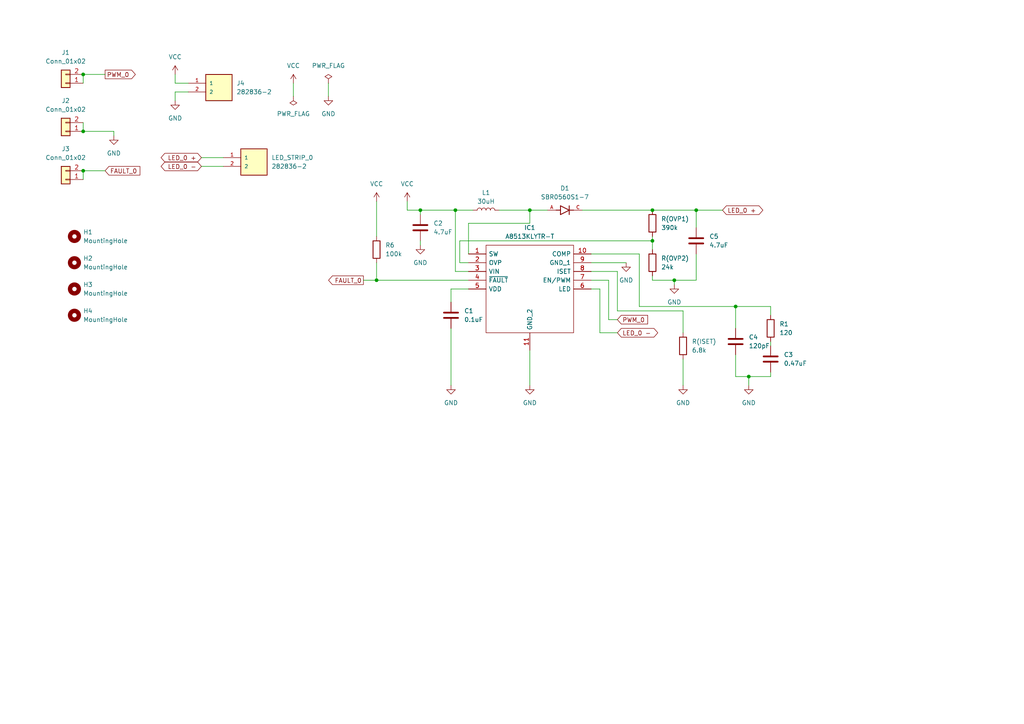
<source format=kicad_sch>
(kicad_sch (version 20230121) (generator eeschema)
  (paper "A4")
  (lib_symbols
    (symbol "282836-2:282836-2" (pin_names (offset 1.016))
      (property "Reference" "J" (at 0 6.35 0))
      (property "Value" "282836-2" (at 0 -5.08 0))
      (symbol "282836-2_0_0"
        (rectangle (start 0 -2.54) (end 7.62 5.08) (stroke (width 0.254)) (fill (type background)))
        (pin passive line (at -5.08 2.54 0) (length 5.08) (name "1") (number "1"))
        (pin passive line (at -5.08 0 0) (length 5.08) (name "2") (number "2"))
      )
    )
    (symbol "A8513KLYTR-T:A8513KLYTR-T" (pin_names (offset 0.762))
      (property "Reference" "IC" (at 31.75 7.62 0))
      (property "Value" "A8513KLYTR-T" (at 31.75 5.08 0))
      (symbol "A8513KLYTR-T_0_0"
        (pin passive line (at 0 0 0) (length 5.08) (name "SW") (number "1"))
        (pin passive line (at 35.56 0 180) (length 5.08) (name "COMP") (number "10"))
        (pin passive line (at 17.78 -27.94 90) (length 5.08) (name "GND_2") (number "11"))
        (pin passive line (at 0 -2.54 0) (length 5.08) (name "OVP") (number "2"))
        (pin passive line (at 0 -5.08 0) (length 5.08) (name "VIN") (number "3"))
        (pin passive line (at 0 -7.62 0) (length 5.08) (name "~{FAULT}") (number "4"))
        (pin passive line (at 0 -10.16 0) (length 5.08) (name "VDD") (number "5"))
        (pin passive line (at 35.56 -10.16 180) (length 5.08) (name "LED") (number "6"))
        (pin passive line (at 35.56 -7.62 180) (length 5.08) (name "EN/PWM") (number "7"))
        (pin passive line (at 35.56 -5.08 180) (length 5.08) (name "ISET") (number "8"))
        (pin passive line (at 35.56 -2.54 180) (length 5.08) (name "GND_1") (number "9"))
      )
      (symbol "A8513KLYTR-T_0_1"
        (polyline (pts (xy 5.08 2.54) (xy 30.48 2.54) (xy 30.48 -22.86) (xy 5.08 -22.86) (xy 5.08 2.54)) (stroke (width 0.1524)))
      )
    )
    (symbol "Connector_Generic:Conn_01x02" (pin_names (offset 1.016) hide)
      (property "Reference" "J" (at 0 2.54 0))
      (property "Value" "Conn_01x02" (at 0 -5.08 0))
      (symbol "Conn_01x02_1_1"
        (rectangle (start -1.27 -2.413) (end 0 -2.667) (stroke (width 0.1524)))
        (rectangle (start -1.27 0.127) (end 0 -0.127) (stroke (width 0.1524)))
        (rectangle (start -1.27 1.27) (end 1.27 -3.81) (stroke (width 0.254)) (fill (type background)))
        (pin passive line (at -5.08 0 0) (length 3.81) (name "Pin_1") (number "1"))
        (pin passive line (at -5.08 -2.54 0) (length 3.81) (name "Pin_2") (number "2"))
      )
    )
    (symbol "Device:C" (pin_numbers hide) (pin_names (offset 0.254))
      (property "Reference" "C" (at 0.635 2.54 0))
      (property "Value" "C" (at 0.635 -2.54 0))
      (symbol "C_0_1"
        (polyline (pts (xy -2.032 -0.762) (xy 2.032 -0.762)) (stroke (width 0.508)))
        (polyline (pts (xy -2.032 0.762) (xy 2.032 0.762)) (stroke (width 0.508)))
      )
      (symbol "C_1_1"
        (pin passive line (at 0 3.81 270) (length 2.794) (name "~") (number "1"))
        (pin passive line (at 0 -3.81 90) (length 2.794) (name "~") (number "2"))
      )
    )
    (symbol "Device:L" (pin_numbers hide) (pin_names (offset 1.016) hide)
      (property "Reference" "L" (at -1.27 0 90))
      (property "Value" "L" (at 1.905 0 90))
      (symbol "L_0_1"
        (arc (start 0 -2.54) (mid 0.6323 -1.905) (end 0 -1.27))
        (arc (start 0 -1.27) (mid 0.6323 -0.635) (end 0 0))
        (arc (start 0 0) (mid 0.6323 0.635) (end 0 1.27))
        (arc (start 0 1.27) (mid 0.6323 1.905) (end 0 2.54))
      )
      (symbol "L_1_1"
        (pin passive line (at 0 3.81 270) (length 1.27) (name "1") (number "1"))
        (pin passive line (at 0 -3.81 90) (length 1.27) (name "2") (number "2"))
      )
    )
    (symbol "Device:R" (pin_numbers hide) (pin_names (offset 0))
      (property "Reference" "R" (at 2.032 0 90))
      (property "Value" "R" (at 0 0 90))
      (symbol "R_0_1"
        (rectangle (start -1.016 -2.54) (end 1.016 2.54) (stroke (width 0.254)))
      )
      (symbol "R_1_1"
        (pin passive line (at 0 3.81 270) (length 1.27) (name "~") (number "1"))
        (pin passive line (at 0 -3.81 90) (length 1.27) (name "~") (number "2"))
      )
    )
    (symbol "Mechanical:MountingHole" (pin_names (offset 1.016))
      (property "Reference" "H" (at 0 5.08 0))
      (property "Value" "MountingHole" (at 0 3.175 0))
      (symbol "MountingHole_0_1"
        (circle (center 0 0) (radius 1.27) (stroke (width 1.27)))
      )
    )
    (symbol "SBR0560S1-7:SBR0560S1-7" (pin_names (offset 1.016))
      (property "Reference" "D" (at -5.08 2.54 0))
      (property "Value" "SBR0560S1-7" (at -5.08 -3.81 0))
      (symbol "SBR0560S1-7_0_0"
        (polyline (pts (xy -2.54 0) (xy -1.27 0)) (stroke (width 0.254)))
        (polyline (pts (xy -1.27 -1.27) (xy 1.27 0)) (stroke (width 0.254)))
        (polyline (pts (xy -1.27 0) (xy -1.27 -1.27)) (stroke (width 0.254)))
        (polyline (pts (xy -1.27 1.27) (xy -1.27 0)) (stroke (width 0.254)))
        (polyline (pts (xy 1.27 0) (xy -1.27 1.27)) (stroke (width 0.254)))
        (polyline (pts (xy 1.27 0) (xy 1.27 -1.27)) (stroke (width 0.254)))
        (polyline (pts (xy 1.27 0) (xy 2.54 0)) (stroke (width 0.254)))
        (polyline (pts (xy 1.27 1.27) (xy 1.27 0)) (stroke (width 0.254)))
        (pin passive line (at -5.08 0 0) (length 2.54) (name "~") (number "A"))
        (pin passive line (at 5.08 0 180) (length 2.54) (name "~") (number "C"))
      )
    )
    (symbol "power:GND" (power) (pin_names (offset 0))
      (property "Value" "GND" (at 0 -3.81 0))
      (symbol "GND_0_1"
        (polyline (pts (xy 0 0) (xy 0 -1.27) (xy 1.27 -1.27) (xy 0 -2.54) (xy -1.27 -1.27) (xy 0 -1.27)))
      )
      (symbol "GND_1_1"
        (pin power_in line (at 0 0 270) (length 0) hide (name "GND") (number "1"))
      )
    )
    (symbol "power:PWR_FLAG" (power) (pin_numbers hide) (pin_names (offset 0) hide)
      (property "Value" "PWR_FLAG" (at 0 3.81 0))
      (symbol "PWR_FLAG_0_0"
        (pin power_out line (at 0 0 90) (length 0) (name "pwr") (number "1"))
      )
      (symbol "PWR_FLAG_0_1"
        (polyline (pts (xy 0 0) (xy 0 1.27) (xy -1.016 1.905) (xy 0 2.54) (xy 1.016 1.905) (xy 0 1.27)))
      )
    )
    (symbol "power:VCC" (power) (pin_names (offset 0))
      (property "Value" "VCC" (at 0 3.81 0))
      (symbol "VCC_0_1"
        (polyline (pts (xy -0.762 1.27) (xy 0 2.54)))
        (polyline (pts (xy 0 0) (xy 0 2.54)))
        (polyline (pts (xy 0 2.54) (xy 0.762 1.27)))
      )
      (symbol "VCC_1_1"
        (pin power_in line (at 0 0 90) (length 0) hide (name "VCC") (number "1"))
      )
    )
  )
  (junction (at 121.92 60.96))
  (junction (at 132.08 60.96))
  (junction (at 189.23 69.85))
  (junction (at 201.93 60.96))
  (junction (at 217.17 109.22))
  (junction (at 195.58 81.28))
  (junction (at 189.23 60.96))
  (junction (at 153.67 60.96))
  (junction (at 24.13 21.59))
  (junction (at 24.13 49.53))
  (junction (at 213.36 88.9))
  (junction (at 109.22 81.28))
  (junction (at 24.13 38.1))
  (wire (pts (xy 171.45 81.28) (xy 176.53 81.28)))
  (wire (pts (xy 171.45 76.2) (xy 181.61 76.2)))
  (wire (pts (xy 185.42 88.9) (xy 185.42 73.66)))
  (wire (pts (xy 189.23 60.96) (xy 201.93 60.96)))
  (wire (pts (xy 213.36 95.25) (xy 213.36 88.9)))
  (wire (pts (xy 58.42 45.72) (xy 64.77 45.72)))
  (wire (pts (xy 217.17 109.22) (xy 217.17 111.76)))
  (wire (pts (xy 132.08 78.74) (xy 132.08 60.96)))
  (wire (pts (xy 133.35 76.2) (xy 135.89 76.2)))
  (wire (pts (xy 179.07 90.17) (xy 179.07 78.74)))
  (wire (pts (xy 213.36 88.9) (xy 185.42 88.9)))
  (wire (pts (xy 24.13 35.56) (xy 24.13 38.1)))
  (wire (pts (xy 201.93 60.96) (xy 201.93 66.04)))
  (wire (pts (xy 132.08 60.96) (xy 137.16 60.96)))
  (wire (pts (xy 118.11 60.96) (xy 118.11 58.42)))
  (wire (pts (xy 54.61 26.67) (xy 50.8 26.67)))
  (wire (pts (xy 223.52 109.22) (xy 223.52 107.95)))
  (wire (pts (xy 24.13 21.59) (xy 24.13 24.13)))
  (wire (pts (xy 109.22 81.28) (xy 135.89 81.28)))
  (wire (pts (xy 213.36 109.22) (xy 213.36 102.87)))
  (wire (pts (xy 130.81 83.82) (xy 130.81 87.63)))
  (wire (pts (xy 24.13 49.53) (xy 24.13 52.07)))
  (wire (pts (xy 33.02 39.37) (xy 33.02 38.1)))
  (wire (pts (xy 24.13 21.59) (xy 30.48 21.59)))
  (wire (pts (xy 85.09 24.13) (xy 85.09 27.94)))
  (wire (pts (xy 168.91 60.96) (xy 189.23 60.96)))
  (wire (pts (xy 58.42 48.26) (xy 64.77 48.26)))
  (wire (pts (xy 135.89 78.74) (xy 132.08 78.74)))
  (wire (pts (xy 121.92 60.96) (xy 118.11 60.96)))
  (wire (pts (xy 213.36 88.9) (xy 223.52 88.9)))
  (wire (pts (xy 105.41 81.28) (xy 109.22 81.28)))
  (wire (pts (xy 153.67 60.96) (xy 158.75 60.96)))
  (wire (pts (xy 195.58 82.55) (xy 195.58 81.28)))
  (wire (pts (xy 153.67 64.77) (xy 135.89 64.77)))
  (wire (pts (xy 217.17 109.22) (xy 213.36 109.22)))
  (wire (pts (xy 173.99 96.52) (xy 173.99 83.82)))
  (wire (pts (xy 223.52 109.22) (xy 217.17 109.22)))
  (wire (pts (xy 189.23 68.58) (xy 189.23 69.85)))
  (wire (pts (xy 176.53 81.28) (xy 176.53 92.71)))
  (wire (pts (xy 121.92 69.85) (xy 121.92 71.12)))
  (wire (pts (xy 223.52 99.06) (xy 223.52 100.33)))
  (wire (pts (xy 198.12 96.52) (xy 198.12 90.17)))
  (wire (pts (xy 130.81 95.25) (xy 130.81 111.76)))
  (wire (pts (xy 95.25 24.13) (xy 95.25 27.94)))
  (wire (pts (xy 135.89 83.82) (xy 130.81 83.82)))
  (wire (pts (xy 201.93 73.66) (xy 201.93 81.28)))
  (wire (pts (xy 195.58 81.28) (xy 201.93 81.28)))
  (wire (pts (xy 189.23 81.28) (xy 195.58 81.28)))
  (wire (pts (xy 173.99 83.82) (xy 171.45 83.82)))
  (wire (pts (xy 121.92 62.23) (xy 121.92 60.96)))
  (wire (pts (xy 176.53 92.71) (xy 179.07 92.71)))
  (wire (pts (xy 189.23 69.85) (xy 133.35 69.85)))
  (wire (pts (xy 54.61 24.13) (xy 50.8 24.13)))
  (wire (pts (xy 201.93 60.96) (xy 209.55 60.96)))
  (wire (pts (xy 153.67 60.96) (xy 153.67 64.77)))
  (wire (pts (xy 24.13 49.53) (xy 30.48 49.53)))
  (wire (pts (xy 33.02 38.1) (xy 24.13 38.1)))
  (wire (pts (xy 189.23 80.01) (xy 189.23 81.28)))
  (wire (pts (xy 109.22 76.2) (xy 109.22 81.28)))
  (wire (pts (xy 198.12 104.14) (xy 198.12 111.76)))
  (wire (pts (xy 135.89 64.77) (xy 135.89 73.66)))
  (wire (pts (xy 121.92 60.96) (xy 132.08 60.96)))
  (wire (pts (xy 189.23 69.85) (xy 189.23 72.39)))
  (wire (pts (xy 144.78 60.96) (xy 153.67 60.96)))
  (wire (pts (xy 198.12 90.17) (xy 179.07 90.17)))
  (wire (pts (xy 50.8 24.13) (xy 50.8 21.59)))
  (wire (pts (xy 179.07 96.52) (xy 173.99 96.52)))
  (wire (pts (xy 109.22 58.42) (xy 109.22 68.58)))
  (wire (pts (xy 223.52 88.9) (xy 223.52 91.44)))
  (wire (pts (xy 133.35 69.85) (xy 133.35 76.2)))
  (wire (pts (xy 153.67 101.6) (xy 153.67 111.76)))
  (wire (pts (xy 171.45 73.66) (xy 185.42 73.66)))
  (wire (pts (xy 50.8 26.67) (xy 50.8 29.21)))
  (wire (pts (xy 179.07 78.74) (xy 171.45 78.74)))
  (global_label "FAULT_0" (shape input) (at 30.48 49.53 0) (property "Intersheetrefs" "${INTERSHEET_REFS}" (effects hide)))
  (global_label "PWM_0" (shape output) (at 30.48 21.59 0) (property "Intersheetrefs" "${INTERSHEET_REFS}" (effects hide)))
  (global_label "PWM_0" (shape input) (at 179.07 92.71 0) (property "Intersheetrefs" "${INTERSHEET_REFS}" (effects hide)))
  (global_label "LED_0 +" (shape bidirectional) (at 209.55 60.96 0) (property "Intersheetrefs" "${INTERSHEET_REFS}" (effects hide)))
  (global_label "LED_0 +" (shape bidirectional) (at 58.42 45.72 180) (property "Intersheetrefs" "${INTERSHEET_REFS}" (effects hide)))
  (global_label "LED_0 -" (shape bidirectional) (at 179.07 96.52 0) (property "Intersheetrefs" "${INTERSHEET_REFS}" (effects hide)))
  (global_label "FAULT_0" (shape output) (at 105.41 81.28 180) (property "Intersheetrefs" "${INTERSHEET_REFS}" (effects hide)))
  (global_label "LED_0 -" (shape bidirectional) (at 58.42 48.26 180) (property "Intersheetrefs" "${INTERSHEET_REFS}" (effects hide)))
  (symbol (lib_id "Device:C") (at 130.81 91.44 0) (unit 1)
    (property "Reference" "C1" (at 134.62 90.17 0) (effects (justify left)))
    (property "Value" "0.1uF" (at 134.62 92.71 0) (effects (justify left)))
    (property "Footprint" "Capacitor_SMD:C_1206_3216Metric" (effects hide))
  )
  (symbol (lib_id "power:VCC") (at 118.11 58.42 0) (unit 1)
    (property "Reference" "#PWR03" (effects hide))
    (property "Value" "VCC" (at 118.11 53.34 0))
  )
  (symbol (lib_id "Device:C") (at 201.93 69.85 0) (unit 1)
    (property "Reference" "C5" (at 205.74 68.58 0) (effects (justify left)))
    (property "Value" "4.7uF" (at 205.74 71.12 0) (effects (justify left)))
    (property "Footprint" "Capacitor_SMD:C_1206_3216Metric" (effects hide))
  )
  (symbol (lib_id "Mechanical:MountingHole") (at 21.59 83.82 0) (unit 1)
    (property "Reference" "H3" (at 24.13 82.55 0) (effects (justify left)))
    (property "Value" "MountingHole" (at 24.13 85.09 0) (effects (justify left)))
    (property "Footprint" "MountingHole:MountingHole_2.2mm_M2" (effects hide))
  )
  (symbol (lib_id "282836-2:282836-2") (at 59.69 26.67 0) (unit 1)
    (property "Reference" "J4" (at 68.58 24.13 0) (effects (justify left)))
    (property "Value" "282836-2" (at 68.58 26.67 0) (effects (justify left)))
    (property "Footprint" "282836_2:TE_282836-2" (effects hide))
    (property "Comment" "282836-2" (effects hide))
    (property "MF" "TE Connectivity" (effects hide))
    (property "Purchase-URL" "https://pricing.snapeda.com/search/part/282836-2/?ref=eda" (effects hide))
    (property "Package" "None" (effects hide))
    (property "Price" "None" (effects hide))
    (property "MP" "282836-2" (effects hide))
    (property "Availability" "In Stock" (effects hide))
    (property "Description" "Connector, Terminal Block; Wire Receptacle; 2 Pos.; 16-30 AWG; 0.197 in. CL; Sid" (effects hide))
  )
  (symbol (lib_id "Device:R") (at 109.22 72.39 0) (unit 1)
    (property "Reference" "R6" (at 111.76 71.12 0) (effects (justify left)))
    (property "Value" "100k" (at 111.76 73.66 0) (effects (justify left)))
    (property "Footprint" "Resistor_SMD:R_1206_3216Metric" (effects hide))
  )
  (symbol (lib_id "power:GND") (at 95.25 27.94 0) (unit 1)
    (property "Reference" "#PWR02" (effects hide))
    (property "Value" "GND" (at 95.25 33.02 0))
  )
  (symbol (lib_id "A8513KLYTR-T:A8513KLYTR-T") (at 135.89 73.66 0) (unit 1)
    (property "Reference" "IC1" (at 153.67 66.04 0))
    (property "Value" "A8513KLYTR-T" (at 153.67 68.58 0))
    (property "Footprint" "SOP50P488X106-11N" (effects hide))
    (property "Datasheet" "http://www.allegromicro.com/~/media/files/datasheets/a8513-datasheet.pdf" (effects hide))
    (property "Description" "Backlight Driver For Small/Medium Size LCDs" (effects hide))
    (property "Height" "1.06" (effects hide))
    (property "Arrow Part Number" "A8513KLYTR-T" (effects hide))
    (property "Manufacturer_Name" "Allegro Microsystems" (effects hide))
    (property "Manufacturer_Part_Number" "A8513KLYTR-T" (effects hide))
  )
  (symbol (lib_id "power:PWR_FLAG") (at 95.25 24.13 0) (unit 1)
    (property "Reference" "#FLG02" (effects hide))
    (property "Value" "PWR_FLAG" (at 95.25 19.05 0))
  )
  (symbol (lib_id "power:GND") (at 195.58 82.55 0) (unit 1)
    (property "Reference" "#PWR07" (effects hide))
    (property "Value" "GND" (at 195.58 87.63 0))
  )
  (symbol (lib_id "power:VCC") (at 50.8 21.59 0) (unit 1)
    (property "Reference" "#PWR09" (effects hide))
    (property "Value" "VCC" (at 50.8 16.51 0))
  )
  (symbol (lib_id "Connector_Generic:Conn_01x02") (at 19.05 24.13 180) (unit 1)
    (property "Reference" "J1" (at 19.05 15.24 0))
    (property "Value" "Conn_01x02" (at 19.05 17.78 0))
    (property "Footprint" "Connector_PinHeader_2.54mm:PinHeader_1x02_P2.54mm_Vertical" (effects hide))
  )
  (symbol (lib_id "power:GND") (at 121.92 71.12 0) (unit 1)
    (property "Reference" "#PWR04" (effects hide))
    (property "Value" "GND" (at 121.92 76.2 0))
  )
  (symbol (lib_id "Device:R") (at 223.52 95.25 0) (unit 1)
    (property "Reference" "R1" (at 226.06 93.98 0) (effects (justify left)))
    (property "Value" "120" (at 226.06 96.52 0) (effects (justify left)))
    (property "Footprint" "Resistor_SMD:R_1206_3216Metric" (effects hide))
  )
  (symbol (lib_id "power:GND") (at 50.8 29.21 0) (unit 1)
    (property "Reference" "#PWR010" (effects hide))
    (property "Value" "GND" (at 50.8 34.29 0))
  )
  (symbol (lib_id "Device:R") (at 198.12 100.33 0) (unit 1)
    (property "Reference" "R(ISET)" (at 200.66 99.06 0) (effects (justify left)))
    (property "Value" "6.8k" (at 200.66 101.6 0) (effects (justify left)))
    (property "Footprint" "Resistor_SMD:R_1206_3216Metric" (effects hide))
  )
  (symbol (lib_id "SBR0560S1-7:SBR0560S1-7") (at 163.83 60.96 0) (unit 1)
    (property "Reference" "D1" (at 163.83 54.61 0))
    (property "Value" "SBR0560S1-7" (at 163.83 57.15 0))
    (property "Footprint" "SBR0560S1_7:SOD3715X145N" (effects hide))
    (property "PARTREV" "3-2" (effects hide))
    (property "STANDARD" "IPC-7351B" (effects hide))
    (property "MANUFACTURER" "Diodes" (effects hide))
  )
  (symbol (lib_id "power:GND") (at 217.17 111.76 0) (unit 1)
    (property "Reference" "#PWR012" (effects hide))
    (property "Value" "GND" (at 217.17 116.84 0))
  )
  (symbol (lib_id "Device:C") (at 213.36 99.06 0) (unit 1)
    (property "Reference" "C4" (at 217.17 97.79 0) (effects (justify left)))
    (property "Value" "120pF" (at 217.17 100.33 0) (effects (justify left)))
    (property "Footprint" "Capacitor_SMD:C_1206_3216Metric" (effects hide))
  )
  (symbol (lib_id "282836-2:282836-2") (at 69.85 48.26 0) (unit 1)
    (property "Reference" "LED_STRIP_0" (at 78.74 45.72 0) (effects (justify left)))
    (property "Value" "282836-2" (at 78.74 48.26 0) (effects (justify left)))
    (property "Footprint" "282836_2:TE_282836-2" (effects hide))
    (property "Comment" "282836-2" (effects hide))
    (property "MF" "TE Connectivity" (effects hide))
    (property "Purchase-URL" "https://pricing.snapeda.com/search/part/282836-2/?ref=eda" (effects hide))
    (property "Package" "None" (effects hide))
    (property "Price" "None" (effects hide))
    (property "MP" "282836-2" (effects hide))
    (property "Availability" "In Stock" (effects hide))
    (property "Description" "Connector, Terminal Block; Wire Receptacle; 2 Pos.; 16-30 AWG; 0.197 in. CL; Sid" (effects hide))
  )
  (symbol (lib_id "Device:R") (at 189.23 64.77 0) (unit 1)
    (property "Reference" "R(OVP1)" (at 191.77 63.5 0) (effects (justify left)))
    (property "Value" "390k" (at 191.77 66.04 0) (effects (justify left)))
    (property "Footprint" "Resistor_SMD:R_1206_3216Metric" (effects hide))
  )
  (symbol (lib_id "Device:R") (at 189.23 76.2 0) (unit 1)
    (property "Reference" "R(OVP2)" (at 191.77 74.93 0) (effects (justify left)))
    (property "Value" "24k" (at 191.77 77.47 0) (effects (justify left)))
    (property "Footprint" "Resistor_SMD:R_1206_3216Metric" (effects hide))
  )
  (symbol (lib_id "Connector_Generic:Conn_01x02") (at 19.05 52.07 180) (unit 1)
    (property "Reference" "J3" (at 19.05 43.18 0))
    (property "Value" "Conn_01x02" (at 19.05 45.72 0))
    (property "Footprint" "Connector_PinHeader_2.54mm:PinHeader_1x02_P2.54mm_Vertical" (effects hide))
  )
  (symbol (lib_id "power:GND") (at 198.12 111.76 0) (unit 1)
    (property "Reference" "#PWR011" (effects hide))
    (property "Value" "GND" (at 198.12 116.84 0))
  )
  (symbol (lib_id "power:VCC") (at 85.09 24.13 0) (unit 1)
    (property "Reference" "#PWR01" (effects hide))
    (property "Value" "VCC" (at 85.09 19.05 0))
  )
  (symbol (lib_id "power:GND") (at 181.61 76.2 0) (unit 1)
    (property "Reference" "#PWR06" (effects hide))
    (property "Value" "GND" (at 181.61 81.28 0))
  )
  (symbol (lib_id "Mechanical:MountingHole") (at 21.59 68.58 0) (unit 1)
    (property "Reference" "H1" (at 24.13 67.31 0) (effects (justify left)))
    (property "Value" "MountingHole" (at 24.13 69.85 0) (effects (justify left)))
    (property "Footprint" "MountingHole:MountingHole_2.2mm_M2" (effects hide))
  )
  (symbol (lib_id "power:GND") (at 153.67 111.76 0) (unit 1)
    (property "Reference" "#PWR05" (effects hide))
    (property "Value" "GND" (at 153.67 116.84 0))
  )
  (symbol (lib_id "power:GND") (at 33.02 39.37 0) (unit 1)
    (property "Reference" "#PWR08" (effects hide))
    (property "Value" "GND" (at 33.02 44.45 0))
  )
  (symbol (lib_id "Device:L") (at 140.97 60.96 90) (unit 1)
    (property "Reference" "L1" (at 140.97 55.88 90))
    (property "Value" "30uH" (at 140.97 58.42 90))
    (property "Footprint" "ASPI_6045S_300M_T(1):IND_ASPI-6045S-300M-T" (effects hide))
  )
  (symbol (lib_id "Mechanical:MountingHole") (at 21.59 91.44 0) (unit 1)
    (property "Reference" "H4" (at 24.13 90.17 0) (effects (justify left)))
    (property "Value" "MountingHole" (at 24.13 92.71 0) (effects (justify left)))
    (property "Footprint" "MountingHole:MountingHole_2.2mm_M2" (effects hide))
  )
  (symbol (lib_id "power:PWR_FLAG") (at 85.09 27.94 180) (unit 1)
    (property "Reference" "#FLG01" (effects hide))
    (property "Value" "PWR_FLAG" (at 85.09 33.02 0))
  )
  (symbol (lib_id "Mechanical:MountingHole") (at 21.59 76.2 0) (unit 1)
    (property "Reference" "H2" (at 24.13 74.93 0) (effects (justify left)))
    (property "Value" "MountingHole" (at 24.13 77.47 0) (effects (justify left)))
    (property "Footprint" "MountingHole:MountingHole_2.2mm_M2" (effects hide))
  )
  (symbol (lib_id "Device:C") (at 121.92 66.04 0) (unit 1)
    (property "Reference" "C2" (at 125.73 64.77 0) (effects (justify left)))
    (property "Value" "4.7uF" (at 125.73 67.31 0) (effects (justify left)))
    (property "Footprint" "Capacitor_SMD:C_1206_3216Metric" (effects hide))
  )
  (symbol (lib_id "Connector_Generic:Conn_01x02") (at 19.05 38.1 180) (unit 1)
    (property "Reference" "J2" (at 19.05 29.21 0))
    (property "Value" "Conn_01x02" (at 19.05 31.75 0))
    (property "Footprint" "Connector_PinHeader_2.54mm:PinHeader_1x02_P2.54mm_Vertical" (effects hide))
  )
  (symbol (lib_id "Device:C") (at 223.52 104.14 0) (unit 1)
    (property "Reference" "C3" (at 227.33 102.87 0) (effects (justify left)))
    (property "Value" "0.47uF" (at 227.33 105.41 0) (effects (justify left)))
    (property "Footprint" "Capacitor_SMD:C_1206_3216Metric" (effects hide))
  )
  (symbol (lib_id "power:VCC") (at 109.22 58.42 0) (unit 1)
    (property "Reference" "#PWR015" (effects hide))
    (property "Value" "VCC" (at 109.22 53.34 0))
  )
  (symbol (lib_id "power:GND") (at 130.81 111.76 0) (unit 1)
    (property "Reference" "#PWR013" (effects hide))
    (property "Value" "GND" (at 130.81 116.84 0))
  )
)
</source>
